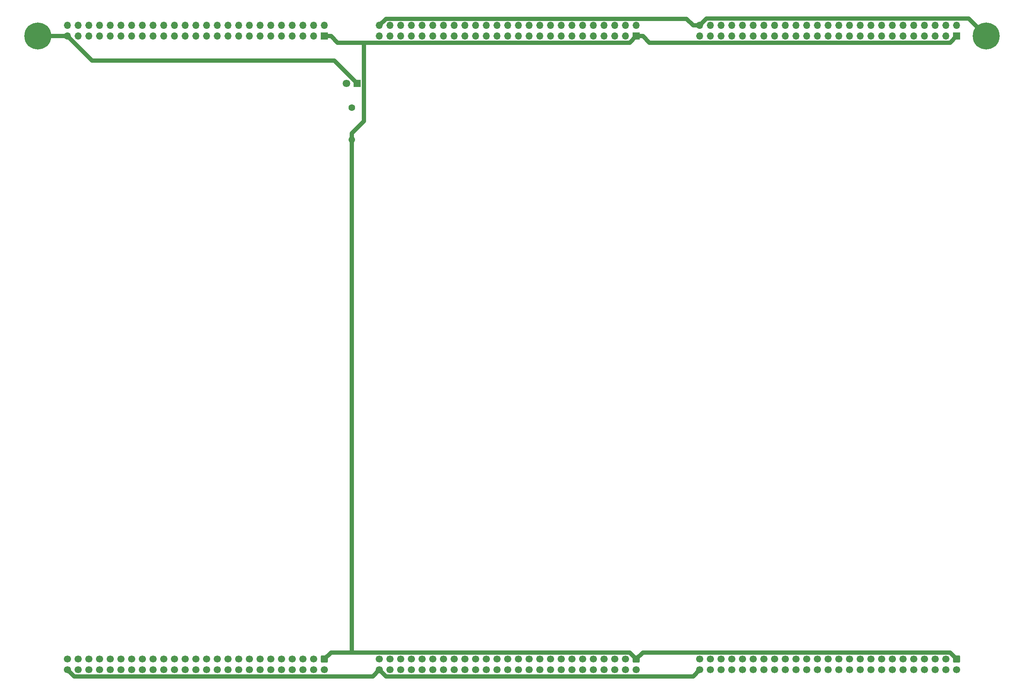
<source format=gbr>
%TF.GenerationSoftware,KiCad,Pcbnew,(6.0.11)*%
%TF.CreationDate,2023-12-23T11:48:24-05:00*%
%TF.ProjectId,input-output.BusExtender,696e7075-742d-46f7-9574-7075742e4275,rev?*%
%TF.SameCoordinates,Original*%
%TF.FileFunction,Copper,L1,Top*%
%TF.FilePolarity,Positive*%
%FSLAX46Y46*%
G04 Gerber Fmt 4.6, Leading zero omitted, Abs format (unit mm)*
G04 Created by KiCad (PCBNEW (6.0.11)) date 2023-12-23 11:48:24*
%MOMM*%
%LPD*%
G01*
G04 APERTURE LIST*
G04 Aperture macros list*
%AMRoundRect*
0 Rectangle with rounded corners*
0 $1 Rounding radius*
0 $2 $3 $4 $5 $6 $7 $8 $9 X,Y pos of 4 corners*
0 Add a 4 corners polygon primitive as box body*
4,1,4,$2,$3,$4,$5,$6,$7,$8,$9,$2,$3,0*
0 Add four circle primitives for the rounded corners*
1,1,$1+$1,$2,$3*
1,1,$1+$1,$4,$5*
1,1,$1+$1,$6,$7*
1,1,$1+$1,$8,$9*
0 Add four rect primitives between the rounded corners*
20,1,$1+$1,$2,$3,$4,$5,0*
20,1,$1+$1,$4,$5,$6,$7,0*
20,1,$1+$1,$6,$7,$8,$9,0*
20,1,$1+$1,$8,$9,$2,$3,0*%
G04 Aperture macros list end*
%TA.AperFunction,ComponentPad*%
%ADD10C,6.400000*%
%TD*%
%TA.AperFunction,ComponentPad*%
%ADD11RoundRect,0.250000X-0.600000X0.600000X-0.600000X-0.600000X0.600000X-0.600000X0.600000X0.600000X0*%
%TD*%
%TA.AperFunction,ComponentPad*%
%ADD12C,1.700000*%
%TD*%
%TA.AperFunction,ComponentPad*%
%ADD13C,1.800000*%
%TD*%
%TA.AperFunction,ComponentPad*%
%ADD14R,1.800000X1.800000*%
%TD*%
%TA.AperFunction,ComponentPad*%
%ADD15O,1.700000X1.700000*%
%TD*%
%TA.AperFunction,ComponentPad*%
%ADD16R,1.700000X1.700000*%
%TD*%
%TA.AperFunction,ComponentPad*%
%ADD17C,1.600000*%
%TD*%
%TA.AperFunction,ComponentPad*%
%ADD18O,1.600000X1.600000*%
%TD*%
%TA.AperFunction,Conductor*%
%ADD19C,1.000000*%
%TD*%
G04 APERTURE END LIST*
D10*
%TO.P,H2,1,1*%
%TO.N,GND*%
X265000000Y-75000000D03*
%TD*%
%TO.P,H1,1,1*%
%TO.N,GND*%
X40000000Y-75000000D03*
%TD*%
D11*
%TO.P,P2,1,Pin_1*%
%TO.N,VCC*%
X182000000Y-223000000D03*
D12*
%TO.P,P2,2,Pin_2*%
X182000000Y-225540000D03*
%TO.P,P2,3,Pin_3*%
%TO.N,A15*%
X179460000Y-223000000D03*
%TO.P,P2,4,Pin_4*%
%TO.N,/bus/A31*%
X179460000Y-225540000D03*
%TO.P,P2,5,Pin_5*%
%TO.N,A14*%
X176920000Y-223000000D03*
%TO.P,P2,6,Pin_6*%
%TO.N,/bus/A30*%
X176920000Y-225540000D03*
%TO.P,P2,7,Pin_7*%
%TO.N,A13*%
X174380000Y-223000000D03*
%TO.P,P2,8,Pin_8*%
%TO.N,/bus/A29*%
X174380000Y-225540000D03*
%TO.P,P2,9,Pin_9*%
%TO.N,A12*%
X171840000Y-223000000D03*
%TO.P,P2,10,Pin_10*%
%TO.N,/bus/A28*%
X171840000Y-225540000D03*
%TO.P,P2,11,Pin_11*%
%TO.N,A11*%
X169300000Y-223000000D03*
%TO.P,P2,12,Pin_12*%
%TO.N,/bus/A27*%
X169300000Y-225540000D03*
%TO.P,P2,13,Pin_13*%
%TO.N,A10*%
X166760000Y-223000000D03*
%TO.P,P2,14,Pin_14*%
%TO.N,/bus/A26*%
X166760000Y-225540000D03*
%TO.P,P2,15,Pin_15*%
%TO.N,A9*%
X164220000Y-223000000D03*
%TO.P,P2,16,Pin_16*%
%TO.N,/bus/A25*%
X164220000Y-225540000D03*
%TO.P,P2,17,Pin_17*%
%TO.N,A8*%
X161680000Y-223000000D03*
%TO.P,P2,18,Pin_18*%
%TO.N,/bus/A24*%
X161680000Y-225540000D03*
%TO.P,P2,19,Pin_19*%
%TO.N,+12V*%
X159140000Y-223000000D03*
%TO.P,P2,20,Pin_20*%
X159140000Y-225540000D03*
%TO.P,P2,21,Pin_21*%
%TO.N,A7*%
X156600000Y-223000000D03*
%TO.P,P2,22,Pin_22*%
%TO.N,/bus/A23*%
X156600000Y-225540000D03*
%TO.P,P2,23,Pin_23*%
%TO.N,A6*%
X154060000Y-223000000D03*
%TO.P,P2,24,Pin_24*%
%TO.N,/bus/A22*%
X154060000Y-225540000D03*
%TO.P,P2,25,Pin_25*%
%TO.N,A5*%
X151520000Y-223000000D03*
%TO.P,P2,26,Pin_26*%
%TO.N,/bus/A21*%
X151520000Y-225540000D03*
%TO.P,P2,27,Pin_27*%
%TO.N,A4*%
X148980000Y-223000000D03*
%TO.P,P2,28,Pin_28*%
%TO.N,/bus/A20*%
X148980000Y-225540000D03*
%TO.P,P2,29,Pin_29*%
%TO.N,A3*%
X146440000Y-223000000D03*
%TO.P,P2,30,Pin_30*%
%TO.N,/bus/A19*%
X146440000Y-225540000D03*
%TO.P,P2,31,Pin_31*%
%TO.N,A2*%
X143900000Y-223000000D03*
%TO.P,P2,32,Pin_32*%
%TO.N,/bus/A18*%
X143900000Y-225540000D03*
%TO.P,P2,33,Pin_33*%
%TO.N,A1*%
X141360000Y-223000000D03*
%TO.P,P2,34,Pin_34*%
%TO.N,/bus/A17*%
X141360000Y-225540000D03*
%TO.P,P2,35,Pin_35*%
%TO.N,A0*%
X138820000Y-223000000D03*
%TO.P,P2,36,Pin_36*%
%TO.N,/bus/A16*%
X138820000Y-225540000D03*
%TO.P,P2,37,Pin_37*%
%TO.N,-12V*%
X136280000Y-223000000D03*
%TO.P,P2,38,Pin_38*%
X136280000Y-225540000D03*
%TO.P,P2,39,Pin_39*%
%TO.N,/bus/IC3*%
X133740000Y-223000000D03*
%TO.P,P2,40,Pin_40*%
%TO.N,/bus/~{TEND1}*%
X133740000Y-225540000D03*
%TO.P,P2,41,Pin_41*%
%TO.N,/bus/IC2*%
X131200000Y-223000000D03*
%TO.P,P2,42,Pin_42*%
%TO.N,/bus/~{DREQ1}*%
X131200000Y-225540000D03*
%TO.P,P2,43,Pin_43*%
%TO.N,/bus/IC1*%
X128660000Y-223000000D03*
%TO.P,P2,44,Pin_44*%
%TO.N,/bus/~{TEND0}*%
X128660000Y-225540000D03*
%TO.P,P2,45,Pin_45*%
%TO.N,/bus/IC0*%
X126120000Y-223000000D03*
%TO.P,P2,46,Pin_46*%
%TO.N,/bus/~{DREQ0}*%
X126120000Y-225540000D03*
%TO.P,P2,47,Pin_47*%
%TO.N,/bus/AUXCLK1*%
X123580000Y-223000000D03*
%TO.P,P2,48,Pin_48*%
%TO.N,/bus/AUXCLK0*%
X123580000Y-225540000D03*
%TO.P,P2,49,Pin_49*%
%TO.N,GND*%
X121040000Y-223000000D03*
%TO.P,P2,50,Pin_50*%
X121040000Y-225540000D03*
%TD*%
D11*
%TO.P,P3,1,Pin_1*%
%TO.N,VCC*%
X258000000Y-223000000D03*
D12*
%TO.P,P3,2,Pin_2*%
X258000000Y-225540000D03*
%TO.P,P3,3,Pin_3*%
%TO.N,/bus/D15*%
X255460000Y-223000000D03*
%TO.P,P3,4,Pin_4*%
%TO.N,/bus/D31*%
X255460000Y-225540000D03*
%TO.P,P3,5,Pin_5*%
%TO.N,/bus/D14*%
X252920000Y-223000000D03*
%TO.P,P3,6,Pin_6*%
%TO.N,/bus/D30*%
X252920000Y-225540000D03*
%TO.P,P3,7,Pin_7*%
%TO.N,/bus/D13*%
X250380000Y-223000000D03*
%TO.P,P3,8,Pin_8*%
%TO.N,/bus/D29*%
X250380000Y-225540000D03*
%TO.P,P3,9,Pin_9*%
%TO.N,/bus/D12*%
X247840000Y-223000000D03*
%TO.P,P3,10,Pin_10*%
%TO.N,/bus/D28*%
X247840000Y-225540000D03*
%TO.P,P3,11,Pin_11*%
%TO.N,/bus/D11*%
X245300000Y-223000000D03*
%TO.P,P3,12,Pin_12*%
%TO.N,/bus/D27*%
X245300000Y-225540000D03*
%TO.P,P3,13,Pin_13*%
%TO.N,/bus/D10*%
X242760000Y-223000000D03*
%TO.P,P3,14,Pin_14*%
%TO.N,/bus/D26*%
X242760000Y-225540000D03*
%TO.P,P3,15,Pin_15*%
%TO.N,/bus/D9*%
X240220000Y-223000000D03*
%TO.P,P3,16,Pin_16*%
%TO.N,/bus/D25*%
X240220000Y-225540000D03*
%TO.P,P3,17,Pin_17*%
%TO.N,/bus/D8*%
X237680000Y-223000000D03*
%TO.P,P3,18,Pin_18*%
%TO.N,/bus/D24*%
X237680000Y-225540000D03*
%TO.P,P3,19,Pin_19*%
%TO.N,D7*%
X235140000Y-223000000D03*
%TO.P,P3,20,Pin_20*%
%TO.N,/bus/D23*%
X235140000Y-225540000D03*
%TO.P,P3,21,Pin_21*%
%TO.N,D6*%
X232600000Y-223000000D03*
%TO.P,P3,22,Pin_22*%
%TO.N,/bus/D22*%
X232600000Y-225540000D03*
%TO.P,P3,23,Pin_23*%
%TO.N,D5*%
X230060000Y-223000000D03*
%TO.P,P3,24,Pin_24*%
%TO.N,/bus/D21*%
X230060000Y-225540000D03*
%TO.P,P3,25,Pin_25*%
%TO.N,D4*%
X227520000Y-223000000D03*
%TO.P,P3,26,Pin_26*%
%TO.N,/bus/D20*%
X227520000Y-225540000D03*
%TO.P,P3,27,Pin_27*%
%TO.N,D3*%
X224980000Y-223000000D03*
%TO.P,P3,28,Pin_28*%
%TO.N,/bus/D19*%
X224980000Y-225540000D03*
%TO.P,P3,29,Pin_29*%
%TO.N,D2*%
X222440000Y-223000000D03*
%TO.P,P3,30,Pin_30*%
%TO.N,/bus/D18*%
X222440000Y-225540000D03*
%TO.P,P3,31,Pin_31*%
%TO.N,D1*%
X219900000Y-223000000D03*
%TO.P,P3,32,Pin_32*%
%TO.N,/bus/D17*%
X219900000Y-225540000D03*
%TO.P,P3,33,Pin_33*%
%TO.N,D0*%
X217360000Y-223000000D03*
%TO.P,P3,34,Pin_34*%
%TO.N,/bus/D16*%
X217360000Y-225540000D03*
%TO.P,P3,35,Pin_35*%
%TO.N,/bus/~{BUSERR}*%
X214820000Y-223000000D03*
%TO.P,P3,36,Pin_36*%
%TO.N,/bus/UDS*%
X214820000Y-225540000D03*
%TO.P,P3,37,Pin_37*%
%TO.N,/bus/~{VPA}*%
X212280000Y-223000000D03*
%TO.P,P3,38,Pin_38*%
%TO.N,/bus/LDS*%
X212280000Y-225540000D03*
%TO.P,P3,39,Pin_39*%
%TO.N,/bus/~{VMA}*%
X209740000Y-223000000D03*
%TO.P,P3,40,Pin_40*%
%TO.N,/bus/S2*%
X209740000Y-225540000D03*
%TO.P,P3,41,Pin_41*%
%TO.N,/bus/~{BHE}*%
X207200000Y-223000000D03*
%TO.P,P3,42,Pin_42*%
%TO.N,/bus/S1*%
X207200000Y-225540000D03*
%TO.P,P3,43,Pin_43*%
%TO.N,/bus/IPL2*%
X204660000Y-223000000D03*
%TO.P,P3,44,Pin_44*%
%TO.N,/bus/S0*%
X204660000Y-225540000D03*
%TO.P,P3,45,Pin_45*%
%TO.N,/bus/IPL1*%
X202120000Y-223000000D03*
%TO.P,P3,46,Pin_46*%
%TO.N,/bus/AUXCLK3*%
X202120000Y-225540000D03*
%TO.P,P3,47,Pin_47*%
%TO.N,/bus/IPL0*%
X199580000Y-223000000D03*
%TO.P,P3,48,Pin_48*%
%TO.N,/bus/AUXCLK2*%
X199580000Y-225540000D03*
%TO.P,P3,49,Pin_49*%
%TO.N,GND*%
X197040000Y-223000000D03*
%TO.P,P3,50,Pin_50*%
X197040000Y-225540000D03*
%TD*%
D11*
%TO.P,P1,1,Pin_1*%
%TO.N,VCC*%
X108000000Y-223000000D03*
D12*
%TO.P,P1,2,Pin_2*%
X108000000Y-225540000D03*
%TO.P,P1,3,Pin_3*%
%TO.N,~{RD}*%
X105460000Y-223000000D03*
%TO.P,P1,4,Pin_4*%
%TO.N,/bus/E*%
X105460000Y-225540000D03*
%TO.P,P1,5,Pin_5*%
%TO.N,~{WR}*%
X102920000Y-223000000D03*
%TO.P,P1,6,Pin_6*%
%TO.N,/bus/ST*%
X102920000Y-225540000D03*
%TO.P,P1,7,Pin_7*%
%TO.N,~{IORQ}*%
X100380000Y-223000000D03*
%TO.P,P1,8,Pin_8*%
%TO.N,/bus/PHI*%
X100380000Y-225540000D03*
%TO.P,P1,9,Pin_9*%
%TO.N,~{MREQ}*%
X97840000Y-223000000D03*
%TO.P,P1,10,Pin_10*%
%TO.N,/bus/~{INT2}*%
X97840000Y-225540000D03*
%TO.P,P1,11,Pin_11*%
%TO.N,~{M1}*%
X95300000Y-223000000D03*
%TO.P,P1,12,Pin_12*%
%TO.N,/bus/~{INT1}*%
X95300000Y-225540000D03*
%TO.P,P1,13,Pin_13*%
%TO.N,~{BUSACK}*%
X92760000Y-223000000D03*
%TO.P,P1,14,Pin_14*%
%TO.N,/bus/CRUCLK*%
X92760000Y-225540000D03*
%TO.P,P1,15,Pin_15*%
%TO.N,/bus/CLK*%
X90220000Y-223000000D03*
%TO.P,P1,16,Pin_16*%
%TO.N,/bus/CRUOUT*%
X90220000Y-225540000D03*
%TO.P,P1,17,Pin_17*%
%TO.N,~{INT0}*%
X87680000Y-223000000D03*
%TO.P,P1,18,Pin_18*%
%TO.N,/bus/CRUIN*%
X87680000Y-225540000D03*
%TO.P,P1,19,Pin_19*%
%TO.N,~{NMI}*%
X85140000Y-223000000D03*
%TO.P,P1,20,Pin_20*%
%TO.N,~{RES_IN}*%
X85140000Y-225540000D03*
%TO.P,P1,21,Pin_21*%
%TO.N,~{RES_OUT}*%
X82600000Y-223000000D03*
%TO.P,P1,22,Pin_22*%
%TO.N,/bus/USER8*%
X82600000Y-225540000D03*
%TO.P,P1,23,Pin_23*%
%TO.N,~{BUSRQ}*%
X80060000Y-223000000D03*
%TO.P,P1,24,Pin_24*%
%TO.N,/bus/USER7*%
X80060000Y-225540000D03*
%TO.P,P1,25,Pin_25*%
%TO.N,/bus/~{WAIT}*%
X77520000Y-223000000D03*
%TO.P,P1,26,Pin_26*%
%TO.N,/bus/USER6*%
X77520000Y-225540000D03*
%TO.P,P1,27,Pin_27*%
%TO.N,~{HALT}*%
X74980000Y-223000000D03*
%TO.P,P1,28,Pin_28*%
%TO.N,/bus/USER5*%
X74980000Y-225540000D03*
%TO.P,P1,29,Pin_29*%
%TO.N,~{RFSH}*%
X72440000Y-223000000D03*
%TO.P,P1,30,Pin_30*%
%TO.N,/bus/USER4*%
X72440000Y-225540000D03*
%TO.P,P1,31,Pin_31*%
%TO.N,/bus/~{EIRQ7}*%
X69900000Y-223000000D03*
%TO.P,P1,32,Pin_32*%
%TO.N,/bus/USER3*%
X69900000Y-225540000D03*
%TO.P,P1,33,Pin_33*%
%TO.N,/bus/~{EIRQ6}*%
X67360000Y-223000000D03*
%TO.P,P1,34,Pin_34*%
%TO.N,/bus/USER2*%
X67360000Y-225540000D03*
%TO.P,P1,35,Pin_35*%
%TO.N,/bus/~{EIRQ5}*%
X64820000Y-223000000D03*
%TO.P,P1,36,Pin_36*%
%TO.N,/bus/USER1*%
X64820000Y-225540000D03*
%TO.P,P1,37,Pin_37*%
%TO.N,/bus/~{EIRQ4}*%
X62280000Y-223000000D03*
%TO.P,P1,38,Pin_38*%
%TO.N,/bus/USER0*%
X62280000Y-225540000D03*
%TO.P,P1,39,Pin_39*%
%TO.N,/bus/~{EIRQ3}*%
X59740000Y-223000000D03*
%TO.P,P1,40,Pin_40*%
%TO.N,~{BAI}*%
X59740000Y-225540000D03*
%TO.P,P1,41,Pin_41*%
%TO.N,/bus/~{EIRQ2}*%
X57200000Y-223000000D03*
%TO.P,P1,42,Pin_42*%
%TO.N,~{BAO}*%
X57200000Y-225540000D03*
%TO.P,P1,43,Pin_43*%
%TO.N,/bus/~{EIRQ1}*%
X54660000Y-223000000D03*
%TO.P,P1,44,Pin_44*%
%TO.N,~{IEI}*%
X54660000Y-225540000D03*
%TO.P,P1,45,Pin_45*%
%TO.N,/bus/~{EIRQ0}*%
X52120000Y-223000000D03*
%TO.P,P1,46,Pin_46*%
%TO.N,~{IEO}*%
X52120000Y-225540000D03*
%TO.P,P1,47,Pin_47*%
%TO.N,I2C_SCL*%
X49580000Y-223000000D03*
%TO.P,P1,48,Pin_48*%
%TO.N,I2C_SDA*%
X49580000Y-225540000D03*
%TO.P,P1,49,Pin_49*%
%TO.N,GND*%
X47040000Y-223000000D03*
%TO.P,P1,50,Pin_50*%
X47040000Y-225540000D03*
%TD*%
D13*
%TO.P,D1,2,A*%
%TO.N,Net-(D1-Pad2)*%
X113210000Y-86250000D03*
D14*
%TO.P,D1,1,K*%
%TO.N,GND*%
X115750000Y-86250000D03*
%TD*%
D15*
%TO.P,P5,50,Pin_50*%
%TO.N,GND*%
X121040000Y-72460000D03*
%TO.P,P5,49,Pin_49*%
X121040000Y-75000000D03*
%TO.P,P5,48,Pin_48*%
%TO.N,/bus/AUXCLK0*%
X123580000Y-72460000D03*
%TO.P,P5,47,Pin_47*%
%TO.N,/bus/AUXCLK1*%
X123580000Y-75000000D03*
%TO.P,P5,46,Pin_46*%
%TO.N,/bus/~{DREQ0}*%
X126120000Y-72460000D03*
%TO.P,P5,45,Pin_45*%
%TO.N,/bus/IC0*%
X126120000Y-75000000D03*
%TO.P,P5,44,Pin_44*%
%TO.N,/bus/~{TEND0}*%
X128660000Y-72460000D03*
%TO.P,P5,43,Pin_43*%
%TO.N,/bus/IC1*%
X128660000Y-75000000D03*
%TO.P,P5,42,Pin_42*%
%TO.N,/bus/~{DREQ1}*%
X131200000Y-72460000D03*
%TO.P,P5,41,Pin_41*%
%TO.N,/bus/IC2*%
X131200000Y-75000000D03*
%TO.P,P5,40,Pin_40*%
%TO.N,/bus/~{TEND1}*%
X133740000Y-72460000D03*
%TO.P,P5,39,Pin_39*%
%TO.N,/bus/IC3*%
X133740000Y-75000000D03*
%TO.P,P5,38,Pin_38*%
%TO.N,-12V*%
X136280000Y-72460000D03*
%TO.P,P5,37,Pin_37*%
X136280000Y-75000000D03*
%TO.P,P5,36,Pin_36*%
%TO.N,/bus/A16*%
X138820000Y-72460000D03*
%TO.P,P5,35,Pin_35*%
%TO.N,A0*%
X138820000Y-75000000D03*
%TO.P,P5,34,Pin_34*%
%TO.N,/bus/A17*%
X141360000Y-72460000D03*
%TO.P,P5,33,Pin_33*%
%TO.N,A1*%
X141360000Y-75000000D03*
%TO.P,P5,32,Pin_32*%
%TO.N,/bus/A18*%
X143900000Y-72460000D03*
%TO.P,P5,31,Pin_31*%
%TO.N,A2*%
X143900000Y-75000000D03*
%TO.P,P5,30,Pin_30*%
%TO.N,/bus/A19*%
X146440000Y-72460000D03*
%TO.P,P5,29,Pin_29*%
%TO.N,A3*%
X146440000Y-75000000D03*
%TO.P,P5,28,Pin_28*%
%TO.N,/bus/A20*%
X148980000Y-72460000D03*
%TO.P,P5,27,Pin_27*%
%TO.N,A4*%
X148980000Y-75000000D03*
%TO.P,P5,26,Pin_26*%
%TO.N,/bus/A21*%
X151520000Y-72460000D03*
%TO.P,P5,25,Pin_25*%
%TO.N,A5*%
X151520000Y-75000000D03*
%TO.P,P5,24,Pin_24*%
%TO.N,/bus/A22*%
X154060000Y-72460000D03*
%TO.P,P5,23,Pin_23*%
%TO.N,A6*%
X154060000Y-75000000D03*
%TO.P,P5,22,Pin_22*%
%TO.N,/bus/A23*%
X156600000Y-72460000D03*
%TO.P,P5,21,Pin_21*%
%TO.N,A7*%
X156600000Y-75000000D03*
%TO.P,P5,20,Pin_20*%
%TO.N,+12V*%
X159140000Y-72460000D03*
%TO.P,P5,19,Pin_19*%
X159140000Y-75000000D03*
%TO.P,P5,18,Pin_18*%
%TO.N,/bus/A24*%
X161680000Y-72460000D03*
%TO.P,P5,17,Pin_17*%
%TO.N,A8*%
X161680000Y-75000000D03*
%TO.P,P5,16,Pin_16*%
%TO.N,/bus/A25*%
X164220000Y-72460000D03*
%TO.P,P5,15,Pin_15*%
%TO.N,A9*%
X164220000Y-75000000D03*
%TO.P,P5,14,Pin_14*%
%TO.N,/bus/A26*%
X166760000Y-72460000D03*
%TO.P,P5,13,Pin_13*%
%TO.N,A10*%
X166760000Y-75000000D03*
%TO.P,P5,12,Pin_12*%
%TO.N,/bus/A27*%
X169300000Y-72460000D03*
%TO.P,P5,11,Pin_11*%
%TO.N,A11*%
X169300000Y-75000000D03*
%TO.P,P5,10,Pin_10*%
%TO.N,/bus/A28*%
X171840000Y-72460000D03*
%TO.P,P5,9,Pin_9*%
%TO.N,A12*%
X171840000Y-75000000D03*
%TO.P,P5,8,Pin_8*%
%TO.N,/bus/A29*%
X174380000Y-72460000D03*
%TO.P,P5,7,Pin_7*%
%TO.N,A13*%
X174380000Y-75000000D03*
%TO.P,P5,6,Pin_6*%
%TO.N,/bus/A30*%
X176920000Y-72460000D03*
%TO.P,P5,5,Pin_5*%
%TO.N,A14*%
X176920000Y-75000000D03*
%TO.P,P5,4,Pin_4*%
%TO.N,/bus/A31*%
X179460000Y-72460000D03*
%TO.P,P5,3,Pin_3*%
%TO.N,A15*%
X179460000Y-75000000D03*
%TO.P,P5,2,Pin_2*%
%TO.N,VCC*%
X182000000Y-72460000D03*
D16*
%TO.P,P5,1,Pin_1*%
X182000000Y-75000000D03*
%TD*%
D17*
%TO.P,R1,1*%
%TO.N,Net-(D1-Pad2)*%
X114500000Y-92000000D03*
D18*
%TO.P,R1,2*%
%TO.N,VCC*%
X114500000Y-99620000D03*
%TD*%
D15*
%TO.P,P4,50,Pin_50*%
%TO.N,GND*%
X47040000Y-72460000D03*
%TO.P,P4,49,Pin_49*%
X47040000Y-75000000D03*
%TO.P,P4,48,Pin_48*%
%TO.N,I2C_SDA*%
X49580000Y-72460000D03*
%TO.P,P4,47,Pin_47*%
%TO.N,I2C_SCL*%
X49580000Y-75000000D03*
%TO.P,P4,46,Pin_46*%
%TO.N,~{IEO}*%
X52120000Y-72460000D03*
%TO.P,P4,45,Pin_45*%
%TO.N,/bus/~{EIRQ0}*%
X52120000Y-75000000D03*
%TO.P,P4,44,Pin_44*%
%TO.N,~{IEI}*%
X54660000Y-72460000D03*
%TO.P,P4,43,Pin_43*%
%TO.N,/bus/~{EIRQ1}*%
X54660000Y-75000000D03*
%TO.P,P4,42,Pin_42*%
%TO.N,~{BAO}*%
X57200000Y-72460000D03*
%TO.P,P4,41,Pin_41*%
%TO.N,/bus/~{EIRQ2}*%
X57200000Y-75000000D03*
%TO.P,P4,40,Pin_40*%
%TO.N,~{BAI}*%
X59740000Y-72460000D03*
%TO.P,P4,39,Pin_39*%
%TO.N,/bus/~{EIRQ3}*%
X59740000Y-75000000D03*
%TO.P,P4,38,Pin_38*%
%TO.N,/bus/USER0*%
X62280000Y-72460000D03*
%TO.P,P4,37,Pin_37*%
%TO.N,/bus/~{EIRQ4}*%
X62280000Y-75000000D03*
%TO.P,P4,36,Pin_36*%
%TO.N,/bus/USER1*%
X64820000Y-72460000D03*
%TO.P,P4,35,Pin_35*%
%TO.N,/bus/~{EIRQ5}*%
X64820000Y-75000000D03*
%TO.P,P4,34,Pin_34*%
%TO.N,/bus/USER2*%
X67360000Y-72460000D03*
%TO.P,P4,33,Pin_33*%
%TO.N,/bus/~{EIRQ6}*%
X67360000Y-75000000D03*
%TO.P,P4,32,Pin_32*%
%TO.N,/bus/USER3*%
X69900000Y-72460000D03*
%TO.P,P4,31,Pin_31*%
%TO.N,/bus/~{EIRQ7}*%
X69900000Y-75000000D03*
%TO.P,P4,30,Pin_30*%
%TO.N,/bus/USER4*%
X72440000Y-72460000D03*
%TO.P,P4,29,Pin_29*%
%TO.N,~{RFSH}*%
X72440000Y-75000000D03*
%TO.P,P4,28,Pin_28*%
%TO.N,/bus/USER5*%
X74980000Y-72460000D03*
%TO.P,P4,27,Pin_27*%
%TO.N,~{HALT}*%
X74980000Y-75000000D03*
%TO.P,P4,26,Pin_26*%
%TO.N,/bus/USER6*%
X77520000Y-72460000D03*
%TO.P,P4,25,Pin_25*%
%TO.N,/bus/~{WAIT}*%
X77520000Y-75000000D03*
%TO.P,P4,24,Pin_24*%
%TO.N,/bus/USER7*%
X80060000Y-72460000D03*
%TO.P,P4,23,Pin_23*%
%TO.N,~{BUSRQ}*%
X80060000Y-75000000D03*
%TO.P,P4,22,Pin_22*%
%TO.N,/bus/USER8*%
X82600000Y-72460000D03*
%TO.P,P4,21,Pin_21*%
%TO.N,~{RES_OUT}*%
X82600000Y-75000000D03*
%TO.P,P4,20,Pin_20*%
%TO.N,~{RES_IN}*%
X85140000Y-72460000D03*
%TO.P,P4,19,Pin_19*%
%TO.N,~{NMI}*%
X85140000Y-75000000D03*
%TO.P,P4,18,Pin_18*%
%TO.N,/bus/CRUIN*%
X87680000Y-72460000D03*
%TO.P,P4,17,Pin_17*%
%TO.N,~{INT0}*%
X87680000Y-75000000D03*
%TO.P,P4,16,Pin_16*%
%TO.N,/bus/CRUOUT*%
X90220000Y-72460000D03*
%TO.P,P4,15,Pin_15*%
%TO.N,/bus/CLK*%
X90220000Y-75000000D03*
%TO.P,P4,14,Pin_14*%
%TO.N,/bus/CRUCLK*%
X92760000Y-72460000D03*
%TO.P,P4,13,Pin_13*%
%TO.N,~{BUSACK}*%
X92760000Y-75000000D03*
%TO.P,P4,12,Pin_12*%
%TO.N,/bus/~{INT1}*%
X95300000Y-72460000D03*
%TO.P,P4,11,Pin_11*%
%TO.N,~{M1}*%
X95300000Y-75000000D03*
%TO.P,P4,10,Pin_10*%
%TO.N,/bus/~{INT2}*%
X97840000Y-72460000D03*
%TO.P,P4,9,Pin_9*%
%TO.N,~{MREQ}*%
X97840000Y-75000000D03*
%TO.P,P4,8,Pin_8*%
%TO.N,/bus/PHI*%
X100380000Y-72460000D03*
%TO.P,P4,7,Pin_7*%
%TO.N,~{IORQ}*%
X100380000Y-75000000D03*
%TO.P,P4,6,Pin_6*%
%TO.N,/bus/ST*%
X102920000Y-72460000D03*
%TO.P,P4,5,Pin_5*%
%TO.N,~{WR}*%
X102920000Y-75000000D03*
%TO.P,P4,4,Pin_4*%
%TO.N,/bus/E*%
X105460000Y-72460000D03*
%TO.P,P4,3,Pin_3*%
%TO.N,~{RD}*%
X105460000Y-75000000D03*
%TO.P,P4,2,Pin_2*%
%TO.N,VCC*%
X108000000Y-72460000D03*
D16*
%TO.P,P4,1,Pin_1*%
X108000000Y-75000000D03*
%TD*%
D15*
%TO.P,P6,50,Pin_50*%
%TO.N,GND*%
X197060000Y-72460000D03*
%TO.P,P6,49,Pin_49*%
X197060000Y-75000000D03*
%TO.P,P6,48,Pin_48*%
%TO.N,/bus/AUXCLK2*%
X199600000Y-72460000D03*
%TO.P,P6,47,Pin_47*%
%TO.N,/bus/IPL0*%
X199600000Y-75000000D03*
%TO.P,P6,46,Pin_46*%
%TO.N,/bus/AUXCLK3*%
X202140000Y-72460000D03*
%TO.P,P6,45,Pin_45*%
%TO.N,/bus/IPL1*%
X202140000Y-75000000D03*
%TO.P,P6,44,Pin_44*%
%TO.N,/bus/S0*%
X204680000Y-72460000D03*
%TO.P,P6,43,Pin_43*%
%TO.N,/bus/IPL2*%
X204680000Y-75000000D03*
%TO.P,P6,42,Pin_42*%
%TO.N,/bus/S1*%
X207220000Y-72460000D03*
%TO.P,P6,41,Pin_41*%
%TO.N,/bus/~{BHE}*%
X207220000Y-75000000D03*
%TO.P,P6,40,Pin_40*%
%TO.N,/bus/S2*%
X209760000Y-72460000D03*
%TO.P,P6,39,Pin_39*%
%TO.N,/bus/~{VMA}*%
X209760000Y-75000000D03*
%TO.P,P6,38,Pin_38*%
%TO.N,/bus/LDS*%
X212300000Y-72460000D03*
%TO.P,P6,37,Pin_37*%
%TO.N,/bus/~{VPA}*%
X212300000Y-75000000D03*
%TO.P,P6,36,Pin_36*%
%TO.N,/bus/UDS*%
X214840000Y-72460000D03*
%TO.P,P6,35,Pin_35*%
%TO.N,/bus/~{BUSERR}*%
X214840000Y-75000000D03*
%TO.P,P6,34,Pin_34*%
%TO.N,/bus/D16*%
X217380000Y-72460000D03*
%TO.P,P6,33,Pin_33*%
%TO.N,D0*%
X217380000Y-75000000D03*
%TO.P,P6,32,Pin_32*%
%TO.N,/bus/D17*%
X219920000Y-72460000D03*
%TO.P,P6,31,Pin_31*%
%TO.N,D1*%
X219920000Y-75000000D03*
%TO.P,P6,30,Pin_30*%
%TO.N,/bus/D18*%
X222460000Y-72460000D03*
%TO.P,P6,29,Pin_29*%
%TO.N,D2*%
X222460000Y-75000000D03*
%TO.P,P6,28,Pin_28*%
%TO.N,/bus/D19*%
X225000000Y-72460000D03*
%TO.P,P6,27,Pin_27*%
%TO.N,D3*%
X225000000Y-75000000D03*
%TO.P,P6,26,Pin_26*%
%TO.N,/bus/D20*%
X227540000Y-72460000D03*
%TO.P,P6,25,Pin_25*%
%TO.N,D4*%
X227540000Y-75000000D03*
%TO.P,P6,24,Pin_24*%
%TO.N,/bus/D21*%
X230080000Y-72460000D03*
%TO.P,P6,23,Pin_23*%
%TO.N,D5*%
X230080000Y-75000000D03*
%TO.P,P6,22,Pin_22*%
%TO.N,/bus/D22*%
X232620000Y-72460000D03*
%TO.P,P6,21,Pin_21*%
%TO.N,D6*%
X232620000Y-75000000D03*
%TO.P,P6,20,Pin_20*%
%TO.N,/bus/D23*%
X235160000Y-72460000D03*
%TO.P,P6,19,Pin_19*%
%TO.N,D7*%
X235160000Y-75000000D03*
%TO.P,P6,18,Pin_18*%
%TO.N,/bus/D24*%
X237700000Y-72460000D03*
%TO.P,P6,17,Pin_17*%
%TO.N,/bus/D8*%
X237700000Y-75000000D03*
%TO.P,P6,16,Pin_16*%
%TO.N,/bus/D25*%
X240240000Y-72460000D03*
%TO.P,P6,15,Pin_15*%
%TO.N,/bus/D9*%
X240240000Y-75000000D03*
%TO.P,P6,14,Pin_14*%
%TO.N,/bus/D26*%
X242780000Y-72460000D03*
%TO.P,P6,13,Pin_13*%
%TO.N,/bus/D10*%
X242780000Y-75000000D03*
%TO.P,P6,12,Pin_12*%
%TO.N,/bus/D27*%
X245320000Y-72460000D03*
%TO.P,P6,11,Pin_11*%
%TO.N,/bus/D11*%
X245320000Y-75000000D03*
%TO.P,P6,10,Pin_10*%
%TO.N,/bus/D28*%
X247860000Y-72460000D03*
%TO.P,P6,9,Pin_9*%
%TO.N,/bus/D12*%
X247860000Y-75000000D03*
%TO.P,P6,8,Pin_8*%
%TO.N,/bus/D29*%
X250400000Y-72460000D03*
%TO.P,P6,7,Pin_7*%
%TO.N,/bus/D13*%
X250400000Y-75000000D03*
%TO.P,P6,6,Pin_6*%
%TO.N,/bus/D30*%
X252940000Y-72460000D03*
%TO.P,P6,5,Pin_5*%
%TO.N,/bus/D14*%
X252940000Y-75000000D03*
%TO.P,P6,4,Pin_4*%
%TO.N,/bus/D31*%
X255480000Y-72460000D03*
%TO.P,P6,3,Pin_3*%
%TO.N,/bus/D15*%
X255480000Y-75000000D03*
%TO.P,P6,2,Pin_2*%
%TO.N,VCC*%
X258020000Y-72460000D03*
D16*
%TO.P,P6,1,Pin_1*%
X258020000Y-75000000D03*
%TD*%
D19*
%TO.N,VCC*%
X183550400Y-221449600D02*
X182000000Y-223000000D01*
X256449600Y-221449600D02*
X183550400Y-221449600D01*
X258000000Y-223000000D02*
X256449600Y-221449600D01*
X108000000Y-75000000D02*
X109550300Y-75000000D01*
X114500000Y-98869800D02*
X114500000Y-98119700D01*
X109550400Y-221449600D02*
X114500000Y-221449600D01*
X108000000Y-223000000D02*
X109550400Y-221449600D01*
X180449600Y-221449600D02*
X182000000Y-223000000D01*
X114500000Y-221449600D02*
X180449600Y-221449600D01*
X114500000Y-98869800D02*
X114500000Y-99620000D01*
X114500000Y-99620000D02*
X114500000Y-221449600D01*
X185100600Y-76550300D02*
X183550300Y-75000000D01*
X256469700Y-76550300D02*
X185100600Y-76550300D01*
X258020000Y-75000000D02*
X256469700Y-76550300D01*
X182000000Y-75000000D02*
X183550300Y-75000000D01*
X180449700Y-76550300D02*
X182000000Y-75000000D01*
X117388400Y-76550300D02*
X180449700Y-76550300D01*
X111100600Y-76550300D02*
X117388400Y-76550300D01*
X109550300Y-75000000D02*
X111100600Y-76550300D01*
X117388400Y-95231300D02*
X114500000Y-98119700D01*
X117388400Y-76550300D02*
X117388400Y-95231300D01*
%TO.N,GND*%
X47040000Y-75000000D02*
X40000000Y-75000000D01*
X119483600Y-227096400D02*
X121040000Y-225540000D01*
X48596400Y-227096400D02*
X119483600Y-227096400D01*
X47040000Y-225540000D02*
X48596400Y-227096400D01*
X122590400Y-227090400D02*
X121040000Y-225540000D01*
X195489600Y-227090400D02*
X122590400Y-227090400D01*
X197040000Y-225540000D02*
X195489600Y-227090400D01*
X52884800Y-80844800D02*
X47040000Y-75000000D01*
X110344800Y-80844800D02*
X52884800Y-80844800D01*
X115750000Y-86250000D02*
X110344800Y-80844800D01*
X198648200Y-70871800D02*
X197060000Y-72460000D01*
X260871800Y-70871800D02*
X198648200Y-70871800D01*
X265000000Y-75000000D02*
X260871800Y-70871800D01*
X122594800Y-70905200D02*
X121040000Y-72460000D01*
X193954900Y-70905200D02*
X122594800Y-70905200D01*
X195509700Y-72460000D02*
X193954900Y-70905200D01*
X197060000Y-72460000D02*
X195509700Y-72460000D01*
%TD*%
M02*

</source>
